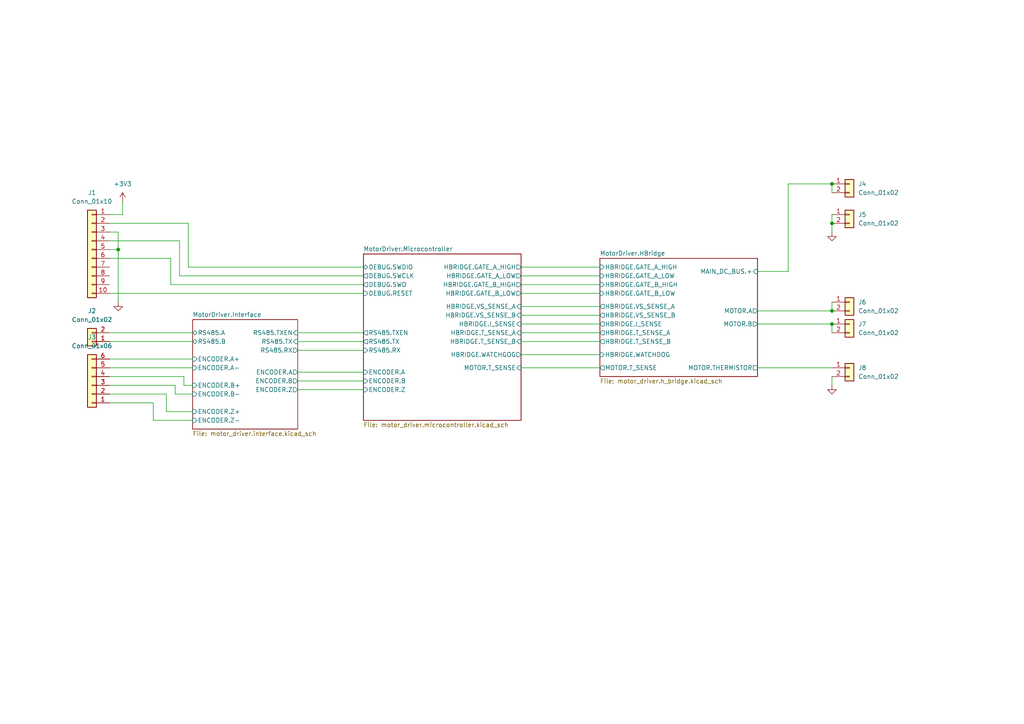
<source format=kicad_sch>
(kicad_sch (version 20211123) (generator eeschema)
  (paper "A4")
  (lib_symbols
    (symbol "Connector_Generic:Conn_01x02" (pin_names (offset 1.016) hide)
      (property "Reference" "J" (at 0 2.54 0))
      (property "Value" "Conn_01x02" (at 0 -5.08 0))
      (symbol "Conn_01x02_1_1"
        (rectangle (start -1.27 -2.413) (end 0 -2.667) (stroke (width 0.1524)))
        (rectangle (start -1.27 0.127) (end 0 -0.127) (stroke (width 0.1524)))
        (rectangle (start -1.27 1.27) (end 1.27 -3.81) (stroke (width 0.254)) (fill (type background)))
        (pin passive line (at -5.08 0 0) (length 3.81) (name "Pin_1") (number "1"))
        (pin passive line (at -5.08 -2.54 0) (length 3.81) (name "Pin_2") (number "2"))
      )
    )
    (symbol "Connector_Generic:Conn_01x06" (pin_names (offset 1.016) hide)
      (property "Reference" "J" (at 0 7.62 0))
      (property "Value" "Conn_01x06" (at 0 -10.16 0))
      (symbol "Conn_01x06_1_1"
        (rectangle (start -1.27 -7.493) (end 0 -7.747) (stroke (width 0.1524)))
        (rectangle (start -1.27 -4.953) (end 0 -5.207) (stroke (width 0.1524)))
        (rectangle (start -1.27 -2.413) (end 0 -2.667) (stroke (width 0.1524)))
        (rectangle (start -1.27 0.127) (end 0 -0.127) (stroke (width 0.1524)))
        (rectangle (start -1.27 2.667) (end 0 2.413) (stroke (width 0.1524)))
        (rectangle (start -1.27 5.207) (end 0 4.953) (stroke (width 0.1524)))
        (rectangle (start -1.27 6.35) (end 1.27 -8.89) (stroke (width 0.254)) (fill (type background)))
        (pin passive line (at -5.08 5.08 0) (length 3.81) (name "Pin_1") (number "1"))
        (pin passive line (at -5.08 2.54 0) (length 3.81) (name "Pin_2") (number "2"))
        (pin passive line (at -5.08 0 0) (length 3.81) (name "Pin_3") (number "3"))
        (pin passive line (at -5.08 -2.54 0) (length 3.81) (name "Pin_4") (number "4"))
        (pin passive line (at -5.08 -5.08 0) (length 3.81) (name "Pin_5") (number "5"))
        (pin passive line (at -5.08 -7.62 0) (length 3.81) (name "Pin_6") (number "6"))
      )
    )
    (symbol "Connector_Generic:Conn_01x10" (pin_names (offset 1.016) hide)
      (property "Reference" "J" (at 0 12.7 0))
      (property "Value" "Conn_01x10" (at 0 -15.24 0))
      (symbol "Conn_01x10_1_1"
        (rectangle (start -1.27 -12.573) (end 0 -12.827) (stroke (width 0.1524)))
        (rectangle (start -1.27 -10.033) (end 0 -10.287) (stroke (width 0.1524)))
        (rectangle (start -1.27 -7.493) (end 0 -7.747) (stroke (width 0.1524)))
        (rectangle (start -1.27 -4.953) (end 0 -5.207) (stroke (width 0.1524)))
        (rectangle (start -1.27 -2.413) (end 0 -2.667) (stroke (width 0.1524)))
        (rectangle (start -1.27 0.127) (end 0 -0.127) (stroke (width 0.1524)))
        (rectangle (start -1.27 2.667) (end 0 2.413) (stroke (width 0.1524)))
        (rectangle (start -1.27 5.207) (end 0 4.953) (stroke (width 0.1524)))
        (rectangle (start -1.27 7.747) (end 0 7.493) (stroke (width 0.1524)))
        (rectangle (start -1.27 10.287) (end 0 10.033) (stroke (width 0.1524)))
        (rectangle (start -1.27 11.43) (end 1.27 -13.97) (stroke (width 0.254)) (fill (type background)))
        (pin passive line (at -5.08 10.16 0) (length 3.81) (name "Pin_1") (number "1"))
        (pin passive line (at -5.08 -12.7 0) (length 3.81) (name "Pin_10") (number "10"))
        (pin passive line (at -5.08 7.62 0) (length 3.81) (name "Pin_2") (number "2"))
        (pin passive line (at -5.08 5.08 0) (length 3.81) (name "Pin_3") (number "3"))
        (pin passive line (at -5.08 2.54 0) (length 3.81) (name "Pin_4") (number "4"))
        (pin passive line (at -5.08 0 0) (length 3.81) (name "Pin_5") (number "5"))
        (pin passive line (at -5.08 -2.54 0) (length 3.81) (name "Pin_6") (number "6"))
        (pin passive line (at -5.08 -5.08 0) (length 3.81) (name "Pin_7") (number "7"))
        (pin passive line (at -5.08 -7.62 0) (length 3.81) (name "Pin_8") (number "8"))
        (pin passive line (at -5.08 -10.16 0) (length 3.81) (name "Pin_9") (number "9"))
      )
    )
    (symbol "parts:GND" (power) (pin_names (offset 0))
      (symbol "GND_0_1"
        (polyline (pts (xy 0 0) (xy 0 -1.27) (xy 1.27 -1.27) (xy 0 -2.54) (xy -1.27 -1.27) (xy 0 -1.27)))
      )
      (symbol "GND_1_1"
        (pin power_in line (at 0 0 270) (length 0) hide (name "GND") (number "1"))
      )
    )
    (symbol "power:+3.3V" (power) (pin_names (offset 0))
      (property "Value" "+3.3V" (at 0 3.556 0))
      (symbol "+3.3V_0_1"
        (polyline (pts (xy -0.762 1.27) (xy 0 2.54)))
        (polyline (pts (xy 0 0) (xy 0 2.54)))
        (polyline (pts (xy 0 2.54) (xy 0.762 1.27)))
      )
      (symbol "+3.3V_1_1"
        (pin power_in line (at 0 0 90) (length 0) hide (name "+3V3") (number "1"))
      )
    )
  )
  (junction (at 241.3 93.98))
  (junction (at 241.3 53.34))
  (junction (at 34.29 72.39))
  (junction (at 241.3 64.77))
  (junction (at 241.3 90.17))
  (wire (pts (xy 86.36 99.06) (xy 105.41 99.06)))
  (wire (pts (xy 35.56 62.23) (xy 31.75 62.23)))
  (wire (pts (xy 53.34 111.76) (xy 53.34 109.22)))
  (wire (pts (xy 86.36 110.49) (xy 105.41 110.49)))
  (wire (pts (xy 53.34 109.22) (xy 31.75 109.22)))
  (wire (pts (xy 31.75 104.14) (xy 55.88 104.14)))
  (wire (pts (xy 241.3 64.77) (xy 241.3 67.31)))
  (wire (pts (xy 50.8 111.76) (xy 31.75 111.76)))
  (wire (pts (xy 151.13 93.98) (xy 173.99 93.98)))
  (wire (pts (xy 151.13 80.01) (xy 173.99 80.01)))
  (wire (pts (xy 105.41 80.01) (xy 52.07 80.01)))
  (wire (pts (xy 31.75 99.06) (xy 55.88 99.06)))
  (wire (pts (xy 50.8 114.3) (xy 50.8 111.76)))
  (wire (pts (xy 241.3 93.98) (xy 241.3 96.52)))
  (wire (pts (xy 151.13 102.87) (xy 173.99 102.87)))
  (wire (pts (xy 31.75 74.93) (xy 49.53 74.93)))
  (wire (pts (xy 219.71 93.98) (xy 241.3 93.98)))
  (wire (pts (xy 55.88 121.92) (xy 44.45 121.92)))
  (wire (pts (xy 34.29 67.31) (xy 34.29 72.39)))
  (wire (pts (xy 54.61 64.77) (xy 31.75 64.77)))
  (wire (pts (xy 31.75 72.39) (xy 34.29 72.39)))
  (wire (pts (xy 219.71 90.17) (xy 241.3 90.17)))
  (wire (pts (xy 31.75 106.68) (xy 55.88 106.68)))
  (wire (pts (xy 105.41 77.47) (xy 54.61 77.47)))
  (wire (pts (xy 228.6 78.74) (xy 219.71 78.74)))
  (wire (pts (xy 49.53 74.93) (xy 49.53 82.55)))
  (wire (pts (xy 52.07 69.85) (xy 31.75 69.85)))
  (wire (pts (xy 55.88 111.76) (xy 53.34 111.76)))
  (wire (pts (xy 54.61 77.47) (xy 54.61 64.77)))
  (wire (pts (xy 49.53 82.55) (xy 105.41 82.55)))
  (wire (pts (xy 228.6 53.34) (xy 228.6 78.74)))
  (wire (pts (xy 31.75 96.52) (xy 55.88 96.52)))
  (wire (pts (xy 241.3 109.22) (xy 241.3 111.76)))
  (wire (pts (xy 48.26 114.3) (xy 31.75 114.3)))
  (wire (pts (xy 241.3 87.63) (xy 241.3 90.17)))
  (wire (pts (xy 86.36 96.52) (xy 105.41 96.52)))
  (wire (pts (xy 241.3 53.34) (xy 228.6 53.34)))
  (wire (pts (xy 151.13 106.68) (xy 173.99 106.68)))
  (wire (pts (xy 34.29 72.39) (xy 34.29 87.63)))
  (wire (pts (xy 86.36 113.03) (xy 105.41 113.03)))
  (wire (pts (xy 35.56 58.42) (xy 35.56 62.23)))
  (wire (pts (xy 151.13 82.55) (xy 173.99 82.55)))
  (wire (pts (xy 241.3 53.34) (xy 241.3 55.88)))
  (wire (pts (xy 151.13 96.52) (xy 173.99 96.52)))
  (wire (pts (xy 44.45 116.84) (xy 31.75 116.84)))
  (wire (pts (xy 55.88 114.3) (xy 50.8 114.3)))
  (wire (pts (xy 31.75 67.31) (xy 34.29 67.31)))
  (wire (pts (xy 52.07 80.01) (xy 52.07 69.85)))
  (wire (pts (xy 31.75 85.09) (xy 105.41 85.09)))
  (wire (pts (xy 151.13 77.47) (xy 173.99 77.47)))
  (wire (pts (xy 151.13 99.06) (xy 173.99 99.06)))
  (wire (pts (xy 48.26 119.38) (xy 48.26 114.3)))
  (wire (pts (xy 151.13 88.9) (xy 173.99 88.9)))
  (wire (pts (xy 151.13 85.09) (xy 173.99 85.09)))
  (wire (pts (xy 86.36 101.6) (xy 105.41 101.6)))
  (wire (pts (xy 55.88 119.38) (xy 48.26 119.38)))
  (wire (pts (xy 44.45 121.92) (xy 44.45 116.84)))
  (wire (pts (xy 241.3 62.23) (xy 241.3 64.77)))
  (wire (pts (xy 151.13 91.44) (xy 173.99 91.44)))
  (wire (pts (xy 86.36 107.95) (xy 105.41 107.95)))
  (wire (pts (xy 219.71 106.68) (xy 241.3 106.68)))
  (symbol (lib_id "power:+3.3V") (at 35.56 58.42 0) (unit 1)
    (property "Reference" "#PWR0103" (effects hide))
    (property "Value" "+3.3V" (at 35.56 53.34 0))
  )
  (symbol (lib_id "parts:GND") (at 241.3 111.76 0) (unit 1)
    (property "Reference" "#PWR0101" (effects hide))
    (property "Value" "GND" (effects hide))
  )
  (symbol (lib_id "Connector_Generic:Conn_01x10") (at 26.67 72.39 0) (mirror y) (unit 1)
    (property "Reference" "J1" (at 26.67 55.88 0))
    (property "Value" "Conn_01x10" (at 26.67 58.42 0))
  )
  (symbol (lib_id "parts:GND") (at 241.3 67.31 0) (unit 1)
    (property "Reference" "#PWR0102" (effects hide))
    (property "Value" "GND" (effects hide))
  )
  (symbol (lib_id "Connector_Generic:Conn_01x02") (at 246.38 93.98 0) (unit 1)
    (property "Reference" "J7" (at 248.92 93.9799 0) (effects (justify left)))
    (property "Value" "Conn_01x02" (at 248.92 96.5199 0) (effects (justify left)))
  )
  (symbol (lib_id "Connector_Generic:Conn_01x02") (at 246.38 106.68 0) (unit 1)
    (property "Reference" "J8" (at 248.92 106.6799 0) (effects (justify left)))
    (property "Value" "Conn_01x02" (at 248.92 109.2199 0) (effects (justify left)))
  )
  (symbol (lib_id "Connector_Generic:Conn_01x02") (at 246.38 87.63 0) (unit 1)
    (property "Reference" "J6" (at 248.92 87.6299 0) (effects (justify left)))
    (property "Value" "Conn_01x02" (at 248.92 90.1699 0) (effects (justify left)))
  )
  (symbol (lib_id "Connector_Generic:Conn_01x02") (at 246.38 62.23 0) (unit 1)
    (property "Reference" "J5" (at 248.92 62.2299 0) (effects (justify left)))
    (property "Value" "Conn_01x02" (at 248.92 64.7699 0) (effects (justify left)))
  )
  (symbol (lib_id "Connector_Generic:Conn_01x06") (at 26.67 111.76 180) (unit 1)
    (property "Reference" "J3" (at 26.67 97.79 0))
    (property "Value" "Conn_01x06" (at 26.67 100.33 0))
  )
  (symbol (lib_id "parts:GND") (at 34.29 87.63 0) (unit 1)
    (property "Reference" "#PWR0104" (effects hide))
    (property "Value" "GND" (effects hide))
  )
  (symbol (lib_id "Connector_Generic:Conn_01x02") (at 246.38 53.34 0) (unit 1)
    (property "Reference" "J4" (at 248.92 53.3399 0) (effects (justify left)))
    (property "Value" "Conn_01x02" (at 248.92 55.8799 0) (effects (justify left)))
  )
  (symbol (lib_id "Connector_Generic:Conn_01x02") (at 26.67 99.06 180) (unit 1)
    (property "Reference" "J2" (at 26.67 90.17 0))
    (property "Value" "Conn_01x02" (at 26.67 92.71 0))
  )
  (sheet (at 173.99 74.93) (size 45.72 34.29) (stroke (width 0.1524))
    (property "Sheet name" "MotorDriver.HBridge" (at 173.99 74.2184 0) (effects (justify left bottom)))
    (property "Sheet file" "motor_driver.h_bridge.kicad_sch" (at 173.99 109.8046 0) (effects (justify left top)))
    (pin "MAIN_DC_BUS.+" input (at 219.71 78.74 0))
    (pin "HBRIDGE.T_SENSE_B" output (at 173.99 99.06 180))
    (pin "MOTOR.A" output (at 219.71 90.17 0))
    (pin "MOTOR.B" output (at 219.71 93.98 0))
    (pin "HBRIDGE.GATE_A_HIGH" input (at 173.99 77.47 180))
    (pin "HBRIDGE.T_SENSE_A" output (at 173.99 96.52 180))
    (pin "HBRIDGE.VS_SENSE_A" output (at 173.99 88.9 180))
    (pin "HBRIDGE.GATE_A_LOW" input (at 173.99 80.01 180))
    (pin "HBRIDGE.GATE_B_LOW" input (at 173.99 85.09 180))
    (pin "HBRIDGE.VS_SENSE_B" output (at 173.99 91.44 180))
    (pin "HBRIDGE.GATE_B_HIGH" input (at 173.99 82.55 180))
    (pin "HBRIDGE.I_SENSE" output (at 173.99 93.98 180))
    (pin "MOTOR.THERMISTOR" passive (at 219.71 106.68 0))
    (pin "HBRIDGE.WATCHDOG" input (at 173.99 102.87 180))
    (pin "MOTOR.T_SENSE" output (at 173.99 106.68 180))
  )
  (sheet (at 105.41 73.66) (size 45.72 48.26) (stroke (width 0.1524))
    (property "Sheet name" "MotorDriver.Microcontroller" (at 105.41 72.9484 0) (effects (justify left bottom)))
    (property "Sheet file" "motor_driver.microcontroller.kicad_sch" (at 105.41 122.5046 0) (effects (justify left top)))
    (pin "HBRIDGE.I_SENSE" input (at 151.13 93.98 0))
    (pin "HBRIDGE.T_SENSE_A" input (at 151.13 96.52 0))
    (pin "HBRIDGE.VS_SENSE_A" input (at 151.13 88.9 0))
    (pin "HBRIDGE.VS_SENSE_B" input (at 151.13 91.44 0))
    (pin "HBRIDGE.T_SENSE_B" input (at 151.13 99.06 0))
    (pin "RS485.TXEN" output (at 105.41 96.52 180))
    (pin "RS485.TX" output (at 105.41 99.06 180))
    (pin "RS485.RX" input (at 105.41 101.6 180))
    (pin "ENCODER.A" input (at 105.41 107.95 180))
    (pin "ENCODER.Z" input (at 105.41 113.03 180))
    (pin "DEBUG.SWDIO" bidirectional (at 105.41 77.47 180))
    (pin "ENCODER.B" input (at 105.41 110.49 180))
    (pin "DEBUG.SWCLK" output (at 105.41 80.01 180))
    (pin "DEBUG.SWO" output (at 105.41 82.55 180))
    (pin "MOTOR.T_SENSE" input (at 151.13 106.68 0))
    (pin "HBRIDGE.GATE_A_LOW" output (at 151.13 80.01 0))
    (pin "HBRIDGE.GATE_A_HIGH" output (at 151.13 77.47 0))
    (pin "HBRIDGE.GATE_B_HIGH" output (at 151.13 82.55 0))
    (pin "HBRIDGE.GATE_B_LOW" output (at 151.13 85.09 0))
    (pin "DEBUG.RESET" input (at 105.41 85.09 180))
    (pin "HBRIDGE.WATCHGOG" output (at 151.13 102.87 0))
  )
  (sheet (at 55.88 92.71) (size 30.48 31.75) (stroke (width 0.1524))
    (property "Sheet name" "MotorDriver.Interface" (at 55.88 91.9984 0) (effects (justify left bottom)))
    (property "Sheet file" "motor_driver.interface.kicad_sch" (at 55.88 125.0446 0) (effects (justify left top)))
    (pin "RS485.A" bidirectional (at 55.88 96.52 180))
    (pin "RS485.B" bidirectional (at 55.88 99.06 180))
    (pin "ENCODER.A+" input (at 55.88 104.14 180))
    (pin "ENCODER.A-" input (at 55.88 106.68 180))
    (pin "ENCODER.B+" input (at 55.88 111.76 180))
    (pin "ENCODER.B-" input (at 55.88 114.3 180))
    (pin "RS485.TXEN" input (at 86.36 96.52 0))
    (pin "ENCODER.A" output (at 86.36 107.95 0))
    (pin "ENCODER.Z" output (at 86.36 113.03 0))
    (pin "ENCODER.B" output (at 86.36 110.49 0))
    (pin "ENCODER.Z+" input (at 55.88 119.38 180))
    (pin "ENCODER.Z-" input (at 55.88 121.92 180))
    (pin "RS485.RX" output (at 86.36 101.6 0))
    (pin "RS485.TX" input (at 86.36 99.06 0))
  )
)
</source>
